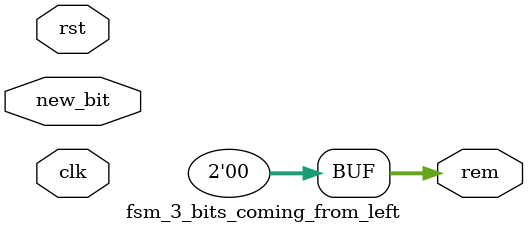
<source format=v>
module fsm_3_bits_coming_from_left
(
    input        clk,
    input        rst,
    input        new_bit,
    output [1:0] rem
);

    assign rem = 0;

endmodule

</source>
